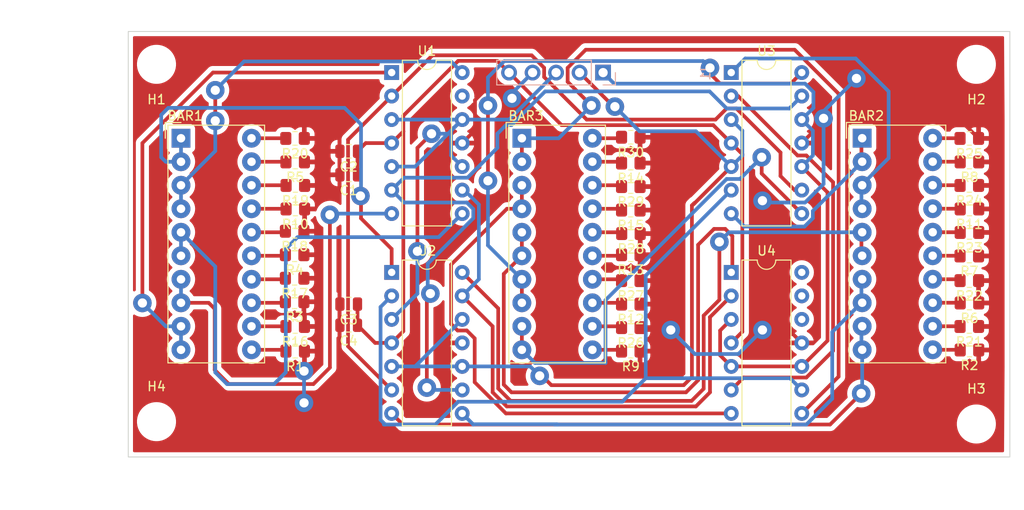
<source format=kicad_pcb>
(kicad_pcb (version 20211014) (generator pcbnew)
  (layers (0 "F.Cu" signal) (31 "B.Cu" signal) (34 "B.Paste" user) (35 "F.Paste" user) (36 "B.SilkS" user "B.Silkscreen") (37 "F.SilkS" user "F.Silkscreen") (38 "B.Mask" user) (39 "F.Mask" user) (44 "Edge.Cuts" user))
  (net 0 "")
  (net 1 "Net-(BAR1-Pad1)")
  (net 2 "Net-(BAR1-Pad3)")
  (net 3 "Net-(BAR1-Pad5)")
  (net 4 "Net-(BAR1-Pad7)")
  (net 5 "Net-(BAR1-Pad10)")
  (net 6 "Net-(BAR1-Pad11)")
  (net 7 "Net-(BAR1-Pad12)")
  (net 8 "Net-(BAR1-Pad13)")
  (net 9 "Net-(BAR1-Pad14)")
  (net 10 "Net-(BAR1-Pad15)")
  (net 11 "Net-(BAR1-Pad16)")
  (net 12 "Net-(BAR1-Pad17)")
  (net 13 "Net-(BAR1-Pad18)")
  (net 14 "Net-(BAR1-Pad19)")
  (net 15 "Net-(BAR1-Pad20)")
  (net 16 "Net-(BAR2-Pad1)")
  (net 17 "Net-(BAR2-Pad3)")
  (net 18 "Net-(BAR2-Pad5)")
  (net 19 "Net-(BAR2-Pad7)")
  (net 20 "Net-(BAR2-Pad10)")
  (net 21 "Net-(BAR2-Pad11)")
  (net 22 "Net-(BAR2-Pad12)")
  (net 23 "Net-(BAR2-Pad13)")
  (net 24 "Net-(BAR2-Pad14)")
  (net 25 "Net-(BAR2-Pad15)")
  (net 26 "Net-(BAR2-Pad16)")
  (net 27 "Net-(BAR2-Pad17)")
  (net 28 "Net-(BAR2-Pad18)")
  (net 29 "Net-(BAR2-Pad19)")
  (net 30 "Net-(BAR2-Pad20)")
  (net 31 "Net-(BAR3-Pad1)")
  (net 32 "Net-(BAR3-Pad3)")
  (net 33 "Net-(BAR3-Pad5)")
  (net 34 "Net-(BAR3-Pad7)")
  (net 35 "Net-(BAR3-Pad10)")
  (net 36 "Net-(BAR3-Pad11)")
  (net 37 "Net-(BAR3-Pad12)")
  (net 38 "Net-(BAR3-Pad13)")
  (net 39 "Net-(BAR3-Pad14)")
  (net 40 "Net-(BAR3-Pad15)")
  (net 41 "Net-(BAR3-Pad16)")
  (net 42 "Net-(BAR3-Pad17)")
  (net 43 "Net-(BAR3-Pad18)")
  (net 44 "Net-(BAR3-Pad19)")
  (net 45 "Net-(BAR3-Pad20)")
  (net 46 "GND")
  (net 47 "Comp2")
  (net 48 "OUT_BP")
  (net 49 "5V")
  (net 50 "OUT_LP")
  (net 51 "Comp4")
  (net 52 "Comp5")
  (net 53 "OUT_HP")
  (net 54 "Comp3")
  (net 55 "Comp1")
  (footprint "Resistor_SMD:R_0805_2012Metric_Pad1.20x1.40mm_HandSolder" (layer "F.Cu") (at 234.966 46.106 180)
    (fp_text reference "R8")
    (fp_text value "150")
  )
  (footprint "Resistor_SMD:R_0805_2012Metric_Pad1.20x1.40mm_HandSolder" (layer "F.Cu") (at 234.966 61.346 180)
    (fp_text reference "R6")
    (fp_text value "150")
  )
  (footprint "Capacitor_SMD:C_0805_2012Metric" (layer "F.Cu") (at 167.894 61.468 180)
    (fp_text reference "C3")
    (fp_text value "100n")
  )
  (footprint "MountingHole:MountingHole_3.2mm_M3_DIN965" (layer "F.Cu") (at 147.126 74.168)
    (fp_text reference "H4")
    (fp_text value "MountingHole")
  )
  (footprint "MountingHole:MountingHole_3.2mm_M3_DIN965" (layer "F.Cu") (at 147.126 35.56 180)
    (fp_text reference "H1")
    (fp_text value "MountingHole")
  )
  (footprint "Resistor_SMD:R_0805_2012Metric_Pad1.20x1.40mm_HandSolder" (layer "F.Cu") (at 162.052 58.674 180)
    (fp_text reference "R17")
    (fp_text value "150")
  )
  (footprint "Resistor_SMD:R_0805_2012Metric_Pad1.20x1.40mm_HandSolder" (layer "F.Cu") (at 234.966 51.186 180)
    (fp_text reference "R11")
    (fp_text value "150")
  )
  (footprint "Capacitor_SMD:C_0805_2012Metric" (layer "F.Cu") (at 167.894 47.498 180)
    (fp_text reference "C1")
    (fp_text value "100n")
  )
  (footprint "Package_DIP:DIP-14_W7.62mm" (layer "F.Cu") (at 209.226 36.449)
    (fp_text reference "U3")
    (fp_text value "LM2902")
  )
  (footprint "Capacitor_SMD:C_0805_2012Metric" (layer "F.Cu") (at 167.894 63.754 180)
    (fp_text reference "C4")
    (fp_text value "100n")
  )
  (footprint "Resistor_SMD:R_0805_2012Metric_Pad1.20x1.40mm_HandSolder" (layer "F.Cu") (at 162.112 46.106 180)
    (fp_text reference "R5")
    (fp_text value "150")
  )
  (footprint "Resistor_SMD:R_0805_2012Metric_Pad1.20x1.40mm_HandSolder" (layer "F.Cu") (at 198.374 61.468 180)
    (fp_text reference "R12")
    (fp_text value "150")
  )
  (footprint "Package_DIP:DIP-14_W7.62mm" (layer "F.Cu") (at 172.536 36.449)
    (fp_text reference "U1")
    (fp_text value "LM2902")
  )
  (footprint "Resistor_SMD:R_0805_2012Metric_Pad1.20x1.40mm_HandSolder" (layer "F.Cu") (at 234.95 56.266 180)
    (fp_text reference "R7")
    (fp_text value "150")
  )
  (footprint "Capacitor_SMD:C_0805_2012Metric" (layer "F.Cu") (at 167.894 44.958 180)
    (fp_text reference "C2")
    (fp_text value "100n")
  )
  (footprint "Display:HDSP-4836" (layer "F.Cu") (at 223.3735 43.5415)
    (fp_text reference "BAR2")
    (fp_text value "HDSP-4836_2")
  )
  (footprint "Resistor_SMD:R_0805_2012Metric_Pad1.20x1.40mm_HandSolder" (layer "F.Cu") (at 162.112 66.548 180)
    (fp_text reference "R1")
    (fp_text value "150")
  )
  (footprint "Resistor_SMD:R_0805_2012Metric_Pad1.20x1.40mm_HandSolder" (layer "F.Cu") (at 234.95 58.928 180)
    (fp_text reference "R22")
    (fp_text value "150")
  )
  (footprint "Resistor_SMD:R_0805_2012Metric_Pad1.20x1.40mm_HandSolder" (layer "F.Cu") (at 162.052 56.134 180)
    (fp_text reference "R4")
    (fp_text value "150")
  )
  (footprint "Package_DIP:DIP-14_W7.62mm" (layer "F.Cu") (at 209.226 58.039)
    (fp_text reference "U4")
    (fp_text value "LM2902")
  )
  (footprint "MountingHole:MountingHole_3.2mm_M3_DIN965" (layer "F.Cu") (at 235.712 35.56 180)
    (fp_text reference "H2")
    (fp_text value "MountingHole")
  )
  (footprint "Package_DIP:DIP-14_W7.62mm" (layer "F.Cu") (at 172.536 58.039)
    (fp_text reference "U2")
    (fp_text value "LM2902")
  )
  (footprint "Resistor_SMD:R_0805_2012Metric_Pad1.20x1.40mm_HandSolder" (layer "F.Cu") (at 198.374 48.768 180)
    (fp_text reference "R29")
    (fp_text value "150")
  )
  (footprint "Resistor_SMD:R_0805_2012Metric_Pad1.20x1.40mm_HandSolder" (layer "F.Cu") (at 162.112 63.886 180)
    (fp_text reference "R16")
    (fp_text value "150")
  )
  (footprint "Resistor_SMD:R_0805_2012Metric_Pad1.20x1.40mm_HandSolder" (layer "F.Cu") (at 198.374 58.928 180)
    (fp_text reference "R27")
    (fp_text value "150")
  )
  (footprint "Display:HDSP-4836" (layer "F.Cu") (at 186.6035 43.5465)
    (fp_text reference "BAR3")
    (fp_text value "HDSP-4836_2")
  )
  (footprint "Resistor_SMD:R_0805_2012Metric_Pad1.20x1.40mm_HandSolder" (layer "F.Cu") (at 198.374 66.548 180)
    (fp_text reference "R9")
    (fp_text value "150")
  )
  (footprint "Resistor_SMD:R_0805_2012Metric_Pad1.20x1.40mm_HandSolder" (layer "F.Cu") (at 234.966 53.726 180)
    (fp_text reference "R23")
    (fp_text value "150")
  )
  (footprint "Resistor_SMD:R_0805_2012Metric_Pad1.20x1.40mm_HandSolder" (layer "F.Cu") (at 234.966 66.426 180)
    (fp_text reference "R2")
    (fp_text value "150")
  )
  (footprint "Resistor_SMD:R_0805_2012Metric_Pad1.20x1.40mm_HandSolder" (layer "F.Cu") (at 198.374 46.228 180)
    (fp_text reference "R14")
    (fp_text value "150")
  )
  (footprint "Resistor_SMD:R_0805_2012Metric_Pad1.20x1.40mm_HandSolder" (layer "F.Cu") (at 198.374 51.308 180)
    (fp_text reference "R15")
    (fp_text value "150")
  )
  (footprint "Display:HDSP-4836" (layer "F.Cu") (at 149.7735 43.5465)
    (fp_text reference "BAR1")
    (fp_text value "HDSP-4836_2")
  )
  (footprint "Resistor_SMD:R_0805_2012Metric_Pad1.20x1.40mm_HandSolder" (layer "F.Cu") (at 162.128 48.646 180)
    (fp_text reference "R19")
    (fp_text value "150")
  )
  (footprint "Resistor_SMD:R_0805_2012Metric_Pad1.20x1.40mm_HandSolder" (layer "F.Cu") (at 162.052 53.594 180)
    (fp_text reference "R18")
    (fp_text value "150")
  )
  (footprint "Resistor_SMD:R_0805_2012Metric_Pad1.20x1.40mm_HandSolder" (layer "F.Cu") (at 198.374 64.008 180)
    (fp_text reference "R26")
    (fp_text value "150")
  )
  (footprint "Resistor_SMD:R_0805_2012Metric_Pad1.20x1.40mm_HandSolder" (layer "F.Cu") (at 162.052 61.214 180)
    (fp_text reference "R3")
    (fp_text value "150")
  )
  (footprint "Resistor_SMD:R_0805_2012Metric_Pad1.20x1.40mm_HandSolder" (layer "F.Cu") (at 234.95 48.646 180)
    (fp_text reference "R24")
    (fp_text value "150")
  )
  (footprint "Resistor_SMD:R_0805_2012Metric_Pad1.20x1.40mm_HandSolder" (layer "F.Cu") (at 198.39 53.848 180)
    (fp_text reference "R28")
    (fp_text value "150")
  )
  (footprint "MountingHole:MountingHole_3.2mm_M3_DIN965" (layer "F.Cu") (at 235.712 74.422)
    (fp_text reference "H3")
    (fp_text value "MountingHole")
  )
  (footprint "Resistor_SMD:R_0805_2012Metric_Pad1.20x1.40mm_HandSolder" (layer "F.Cu") (at 198.374 56.134 180)
    (fp_text reference "R13")
    (fp_text value "150")
  )
  (footprint "Resistor_SMD:R_0805_2012Metric_Pad1.20x1.40mm_HandSolder" (layer "F.Cu") (at 162.096 43.566 180)
    (fp_text reference "R20")
    (fp_text value "150")
  )
  (footprint "Resistor_SMD:R_0805_2012Metric_Pad1.20x1.40mm_HandSolder" (layer "F.Cu") (at 234.95 63.886 180)
    (fp_text reference "R21")
    (fp_text value "150")
  )
  (footprint "Resistor_SMD:R_0805_2012Metric_Pad1.20x1.40mm_HandSolder" (layer "F.Cu") (at 198.374 43.434 180)
    (fp_text reference "R30")
    (fp_text value "150")
  )
  (footprint "Resistor_SMD:R_0805_2012Metric_Pad1.20x1.40mm_HandSolder" (layer "F.Cu") (at 234.95 43.566 180)
    (fp_text reference "R25")
    (fp_text value "150")
  )
  (footprint "Resistor_SMD:R_0805_2012Metric_Pad1.20x1.40mm_HandSolder" (layer "F.Cu") (at 162.128 51.186 180)
    (fp_text reference "R10")
    (fp_text value "150")
  )
  (footprint "Connector_PinHeader_2.54mm:PinHeader_1x05_P2.54mm_Vertical" (layer "B.Cu") (at 195.381 36.454 90)
    (fp_text reference "J1")
    (fp_text value "Conn_01x05")
  )
  (gr_rect (start 144.078 32.009) (end 239.328 77.983) (layer "Edge.Cuts") (width 0.1) (fill none))
  (segment (start 172.536 55.514) (end 169.224 52.202) (width 0.4) (layer "F.Cu") (net 1))
  (segment (start 172.536 58.039) (end 172.536 55.514) (width 0.4) (layer "F.Cu") (net 1))
  (segment (start 169.224 52.202) (end 169.224 49.844) (width 0.4) (layer "F.Cu") (net 1))
  (segment (start 169.224 49.844) (end 169.164 49.784) (width 0.4) (layer "F.Cu") (net 1))
  (via (at 169.164 49.784) (size 2) (drill 1) (layers "F.Cu" "B.Cu") (net 1))
  (segment (start 147.634 45.598) (end 147.634 41.026) (width 0.4) (layer "B.Cu") (net 1))
  (segment (start 169.224 42.042) (end 169.224 49.724) (width 0.4) (layer "B.Cu") (net 1))
  (segment (start 149.7735 43.5465) (end 149.7735 46.0865) (width 0.4) (layer "B.Cu") (net 1))
  (segment (start 149.7735 46.0865) (end 148.1225 46.0865) (width 0.4) (layer "B.Cu") (net 1))
  (segment (start 167.4455 40.2635) (end 169.224 42.042) (width 0.4) (layer "B.Cu") (net 1))
  (segment (start 169.224 49.724) (end 169.164 49.784) (width 0.4) (layer "B.Cu") (net 1))
  (segment (start 148.1225 46.0865) (end 147.634 45.598) (width 0.4) (layer "B.Cu") (net 1))
  (segment (start 147.634 41.026) (end 148.3965 40.2635) (width 0.4) (layer "B.Cu") (net 1))
  (segment (start 148.3965 40.2635) (end 167.4455 40.2635) (width 0.4) (layer "B.Cu") (net 1))
  (segment (start 153.476 41.6635) (end 153.476 38.359) (width 0.4) (layer "F.Cu") (net 2))
  (via (at 153.476 38.359) (size 2) (drill 1) (layers "F.Cu" "B.Cu") (net 2))
  (via (at 153.476 41.6635) (size 2) (drill 1) (layers "F.Cu" "B.Cu") (net 2))
  (segment (start 153.476 38.359) (end 156.586 35.249) (width 0.4) (layer "B.Cu") (net 2))
  (segment (start 149.7735 51.1665) (end 149.7735 48.6265) (width 0.4) (layer "B.Cu") (net 2))
  (segment (start 156.586 35.249) (end 178.956 35.249) (width 0.4) (layer "B.Cu") (net 2))
  (segment (start 149.7735 48.6265) (end 153.476 44.924) (width 0.4) (layer "B.Cu") (net 2))
  (segment (start 153.476 44.924) (end 153.476 41.6635) (width 0.4) (layer "B.Cu") (net 2))
  (segment (start 178.956 35.249) (end 180.156 36.449) (width 0.4) (layer "B.Cu") (net 2))
  (segment (start 149.7735 56.2465) (end 149.7735 53.7065) (width 0.4) (layer "B.Cu") (net 3))
  (segment (start 153.476 57.409) (end 153.476 68.839) (width 0.4) (layer "B.Cu") (net 3))
  (segment (start 161.096 68.839) (end 161.096 55.504) (width 0.4) (layer "B.Cu") (net 3))
  (segment (start 149.7735 53.7065) (end 153.476 57.409) (width 0.4) (layer "B.Cu") (net 3))
  (segment (start 162.366 54.234) (end 177.611 54.234) (width 0.4) (layer "B.Cu") (net 3))
  (segment (start 161.096 55.504) (end 162.366 54.234) (width 0.4) (layer "B.Cu") (net 3))
  (segment (start 177.611 54.234) (end 180.156 51.689) (width 0.4) (layer "B.Cu") (net 3))
  (segment (start 153.476 68.839) (end 154.746 70.109) (width 0.4) (layer "B.Cu") (net 3))
  (segment (start 159.826 70.109) (end 161.096 68.839) (width 0.4) (layer "B.Cu") (net 3))
  (segment (start 154.746 70.109) (end 159.826 70.109) (width 0.4) (layer "B.Cu") (net 3))
  (segment (start 154.94 70.104) (end 153.416 68.58) (width 0.4) (layer "F.Cu") (net 4))
  (segment (start 152.7665 61.3265) (end 149.7735 61.3265) (width 0.4) (layer "F.Cu") (net 4))
  (segment (start 153.416 68.58) (end 153.416 61.976) (width 0.4) (layer "F.Cu") (net 4))
  (segment (start 153.416 61.976) (end 152.7665 61.3265) (width 0.4) (layer "F.Cu") (net 4))
  (segment (start 165.862 68.326) (end 164.084 70.104) (width 0.4) (layer "F.Cu") (net 4))
  (segment (start 165.862 51.816) (end 165.862 68.326) (width 0.4) (layer "F.Cu") (net 4))
  (segment (start 164.084 70.104) (end 154.94 70.104) (width 0.4) (layer "F.Cu") (net 4))
  (via (at 165.862 51.816) (size 2) (drill 1) (layers "F.Cu" "B.Cu") (net 4))
  (segment (start 165.989 51.689) (end 165.862 51.816) (width 0.4) (layer "B.Cu") (net 4))
  (segment (start 172.536 51.689) (end 165.989 51.689) (width 0.4) (layer "B.Cu") (net 4))
  (segment (start 149.7735 61.3265) (end 149.7735 58.7865) (width 0.4) (layer "B.Cu") (net 4))
  (segment (start 145.602 44.074) (end 145.602 61.346) (width 0.4) (layer "F.Cu") (net 5))
  (segment (start 153.227 36.449) (end 145.602 44.074) (width 0.4) (layer "F.Cu") (net 5))
  (segment (start 172.536 36.449) (end 153.227 36.449) (width 0.4) (layer "F.Cu") (net 5))
  (via (at 145.602 61.346) (size 2) (drill 1) (layers "F.Cu" "B.Cu") (net 5))
  (segment (start 149.7735 66.4065) (end 149.7735 63.8665) (width 0.4) (layer "B.Cu") (net 5))
  (segment (start 148.1225 63.8665) (end 145.602 61.346) (width 0.4) (layer "B.Cu") (net 5))
  (segment (start 149.7735 63.8665) (end 148.1225 63.8665) (width 0.4) (layer "B.Cu") (net 5))
  (segment (start 157.3935 66.4065) (end 160.5845 66.4065) (width 0.4) (layer "F.Cu") (net 6))
  (segment (start 160.5845 66.4065) (end 161.112 66.934) (width 0.4) (layer "F.Cu") (net 6))
  (segment (start 157.3935 63.8665) (end 161.0925 63.8665) (width 0.4) (layer "F.Cu") (net 7))
  (segment (start 161.0925 63.8665) (end 161.112 63.886) (width 0.4) (layer "F.Cu") (net 7))
  (segment (start 160.9395 61.3265) (end 161.052 61.214) (width 0.4) (layer "F.Cu") (net 8))
  (segment (start 157.3935 61.3265) (end 160.9395 61.3265) (width 0.4) (layer "F.Cu") (net 8))
  (segment (start 160.9395 58.7865) (end 161.052 58.674) (width 0.4) (layer "F.Cu") (net 9))
  (segment (start 157.3935 58.7865) (end 160.9395 58.7865) (width 0.4) (layer "F.Cu") (net 9))
  (segment (start 160.9395 56.2465) (end 161.052 56.134) (width 0.4) (layer "F.Cu") (net 10))
  (segment (start 157.3935 56.2465) (end 160.9395 56.2465) (width 0.4) (layer "F.Cu") (net 10))
  (segment (start 157.3935 53.7065) (end 160.9395 53.7065) (width 0.4) (layer "F.Cu") (net 11))
  (segment (start 160.9395 53.7065) (end 161.052 53.594) (width 0.4) (layer "F.Cu") (net 11))
  (segment (start 161.1085 51.1665) (end 161.128 51.186) (width 0.4) (layer "F.Cu") (net 12))
  (segment (start 157.3935 51.1665) (end 161.1085 51.1665) (width 0.4) (layer "F.Cu") (net 12))
  (segment (start 157.3935 48.6265) (end 161.1085 48.6265) (width 0.4) (layer "F.Cu") (net 13))
  (segment (start 161.1085 48.6265) (end 161.128 48.646) (width 0.4) (layer "F.Cu") (net 13))
  (segment (start 161.0925 46.0865) (end 161.112 46.106) (width 0.4) (layer "F.Cu") (net 14))
  (segment (start 157.3935 46.0865) (end 161.0925 46.0865) (width 0.4) (layer "F.Cu") (net 14))
  (segment (start 157.3935 43.5465) (end 161.0765 43.5465) (width 0.4) (layer "F.Cu") (net 15))
  (segment (start 161.0765 43.5465) (end 161.096 43.566) (width 0.4) (layer "F.Cu") (net 15))
  (segment (start 223.2935 43.5465) (end 223.2935 46.0865) (width 0.4) (layer "F.Cu") (net 16))
  (segment (start 210.623 53.086) (end 209.226 51.689) (width 0.4) (layer "B.Cu") (net 16))
  (segment (start 218.046 51.409) (end 218.046 52.186057) (width 0.4) (layer "B.Cu") (net 16))
  (segment (start 217.146057 53.086) (end 210.623 53.086) (width 0.4) (layer "B.Cu") (net 16))
  (segment (start 223.3735 46.0815) (end 218.046 51.409) (width 0.4) (layer "B.Cu") (net 16))
  (segment (start 218.046 52.186057) (end 217.146057 53.086) (width 0.4) (layer "B.Cu") (net 16))
  (segment (start 210.745 34.93) (end 222.678 34.93) (width 0.4) (layer "B.Cu") (net 17))
  (segment (start 223.2935 48.6265) (end 223.2935 51.1665) (width 0.4) (layer "B.Cu") (net 17))
  (segment (start 226.234 38.486) (end 226.234 45.686) (width 0.4) (layer "B.Cu") (net 17))
  (segment (start 226.234 45.686) (end 223.2935 48.6265) (width 0.4) (layer "B.Cu") (net 17))
  (segment (start 222.678 34.93) (end 226.234 38.486) (width 0.4) (layer "B.Cu") (net 17))
  (segment (start 209.226 36.449) (end 210.745 34.93) (width 0.4) (layer "B.Cu") (net 17))
  (segment (start 223.2935 53.7065) (end 223.2935 56.2465) (width 0.4) (layer "F.Cu") (net 18))
  (segment (start 184.048 61.931) (end 184.048 70.582) (width 0.4) (layer "F.Cu") (net 18))
  (segment (start 180.156 58.039) (end 184.048 61.931) (width 0.4) (layer "F.Cu") (net 18))
  (segment (start 206.248 62.703472) (end 207.946 61.005472) (width 0.4) (layer "F.Cu") (net 18))
  (segment (start 185.388 71.922) (end 204.938 71.922) (width 0.4) (layer "F.Cu") (net 18))
  (segment (start 204.938 71.922) (end 206.248 70.612) (width 0.4) (layer "F.Cu") (net 18))
  (segment (start 184.048 70.582) (end 185.388 71.922) (width 0.4) (layer "F.Cu") (net 18))
  (segment (start 207.946 61.005472) (end 207.946 54.742) (width 0.4) (layer "F.Cu") (net 18))
  (segment (start 206.248 70.612) (end 206.248 62.703472) (width 0.4) (layer "F.Cu") (net 18))
  (via (at 207.946 54.742) (size 2) (drill 1) (layers "F.Cu" "B.Cu") (net 18))
  (segment (start 223.2935 53.7065) (end 208.9815 53.7065) (width 0.4) (layer "B.Cu") (net 18))
  (segment (start 208.9815 53.7065) (end 207.946 54.742) (width 0.4) (layer "B.Cu") (net 18))
  (segment (start 217.343057 74.479) (end 220.138 71.684057) (width 0.4) (layer "B.Cu") (net 19))
  (segment (start 181.3275 74.4505) (end 181.356 74.479) (width 0.4) (layer "B.Cu") (net 19))
  (segment (start 190.443 74.479) (end 217.343057 74.479) (width 0.4) (layer "B.Cu") (net 19))
  (segment (start 220.138 64.482) (end 223.2935 61.3265) (width 0.4) (layer "B.Cu") (net 19))
  (segment (start 220.138 71.684057) (end 220.138 64.482) (width 0.4) (layer "B.Cu") (net 19))
  (segment (start 223.2935 58.7865) (end 223.2935 61.3265) (width 0.4) (layer "B.Cu") (net 19))
  (segment (start 190.106 74.479) (end 190.443 74.479) (width 0.4) (layer "B.Cu") (net 19))
  (segment (start 181.3275 74.4505) (end 190.4145 74.4505) (width 0.4) (layer "B.Cu") (net 19))
  (segment (start 190.4145 74.4505) (end 190.443 74.479) (width 0.4) (layer "B.Cu") (net 19))
  (segment (start 180.156 73.279) (end 181.3275 74.4505) (width 0.4) (layer "B.Cu") (net 19))
  (segment (start 172.536 73.279) (end 173.736 74.479) (width 0.4) (layer "F.Cu") (net 20))
  (segment (start 219.907 74.479) (end 223.266 71.12) (width 0.4) (layer "F.Cu") (net 20))
  (segment (start 173.736 74.479) (end 219.907 74.479) (width 0.4) (layer "F.Cu") (net 20))
  (via (at 223.266 71.12) (size 2) (drill 1) (layers "F.Cu" "B.Cu") (net 20))
  (segment (start 223.2935 66.4065) (end 223.2935 63.8665) (width 0.4) (layer "B.Cu") (net 20))
  (segment (start 223.266 71.12) (end 223.3735 71.0125) (width 0.4) (layer "B.Cu") (net 20))
  (segment (start 223.3735 71.0125) (end 223.3735 66.4015) (width 0.4) (layer "B.Cu") (net 20))
  (segment (start 230.9935 66.4015) (end 233.9415 66.4015) (width 0.4) (layer "F.Cu") (net 21))
  (segment (start 233.9415 66.4015) (end 233.966 66.426) (width 0.4) (layer "F.Cu") (net 21))
  (segment (start 230.9935 63.8615) (end 233.9255 63.8615) (width 0.4) (layer "F.Cu") (net 22))
  (segment (start 233.9255 63.8615) (end 233.95 63.886) (width 0.4) (layer "F.Cu") (net 22))
  (segment (start 230.9935 61.3215) (end 233.9415 61.3215) (width 0.4) (layer "F.Cu") (net 23))
  (segment (start 233.9415 61.3215) (end 233.966 61.346) (width 0.4) (layer "F.Cu") (net 23))
  (segment (start 230.9935 58.7815) (end 233.8035 58.7815) (width 0.4) (layer "F.Cu") (net 24))
  (segment (start 233.8035 58.7815) (end 233.95 58.928) (width 0.4) (layer "F.Cu") (net 24))
  (segment (start 230.9935 56.2415) (end 233.9255 56.2415) (width 0.4) (layer "F.Cu") (net 25))
  (segment (start 233.9255 56.2415) (end 233.95 56.266) (width 0.4) (layer "F.Cu") (net 25))
  (segment (start 233.9415 53.7015) (end 233.966 53.726) (width 0.4) (layer "F.Cu") (net 26))
  (segment (start 230.9935 53.7015) (end 233.9415 53.7015) (width 0.4) (layer "F.Cu") (net 26))
  (segment (start 233.9415 51.1615) (end 233.966 51.186) (width 0.4) (layer "F.Cu") (net 27))
  (segment (start 230.9935 51.1615) (end 233.9415 51.1615) (width 0.4) (layer "F.Cu") (net 27))
  (segment (start 233.9255 48.6215) (end 233.95 48.646) (width 0.4) (layer "F.Cu") (net 28))
  (segment (start 230.9935 48.6215) (end 233.9255 48.6215) (width 0.4) (layer "F.Cu") (net 28))
  (segment (start 233.9415 46.0815) (end 233.966 46.106) (width 0.4) (layer "F.Cu") (net 29))
  (segment (start 230.9935 46.0815) (end 233.9415 46.0815) (width 0.4) (layer "F.Cu") (net 29))
  (segment (start 233.9255 43.5415) (end 233.95 43.566) (width 0.4) (layer "F.Cu") (net 30))
  (segment (start 230.9935 43.5415) (end 233.9255 43.5415) (width 0.4) (layer "F.Cu") (net 30))
  (segment (start 191.551 37.445) (end 191.551 35.936233) (width 0.4) (layer "F.Cu") (net 31))
  (segment (start 194.116 40.01) (end 191.551 37.445) (width 0.4) (layer "F.Cu") (net 31))
  (segment (start 191.551 35.936233) (end 193.503233 33.984) (width 0.4) (layer "F.Cu") (net 31))
  (segment (start 220.83 38.735943) (end 220.83 69.295) (width 0.4) (layer "F.Cu") (net 31))
  (segment (start 193.503233 33.984) (end 216.078057 33.984) (width 0.4) (layer "F.Cu") (net 31))
  (segment (start 186.6035 46.0865) (end 186.6035 43.5465) (width 0.4) (layer "F.Cu") (net 31))
  (segment (start 220.83 69.295) (end 216.846 73.279) (width 0.4) (layer "F.Cu") (net 31))
  (segment (start 216.078057 33.984) (end 220.83 38.735943) (width 0.4) (layer "F.Cu") (net 31))
  (via (at 194.116 40.01) (size 2) (drill 1) (layers "F.Cu" "B.Cu") (net 31))
  (segment (start 190.5795 43.5465) (end 186.6035 43.5465) (width 0.4) (layer "B.Cu") (net 31))
  (segment (start 194.116 40.01) (end 190.5795 43.5465) (width 0.4) (layer "B.Cu") (net 31))
  (segment (start 178.956 57.202) (end 178.956 63.616057) (width 0.4) (layer "F.Cu") (net 32))
  (segment (start 181.507236 65.173179) (end 181.507236 69.905764) (width 0.4) (layer "F.Cu") (net 32))
  (segment (start 181.507236 69.905764) (end 184.880472 73.279) (width 0.4) (layer "F.Cu") (net 32))
  (segment (start 186.6035 51.1665) (end 184.9915 51.1665) (width 0.4) (layer "F.Cu") (net 32))
  (segment (start 180.653057 64.319) (end 181.507236 65.173179) (width 0.4) (layer "F.Cu") (net 32))
  (segment (start 186.6035 48.6265) (end 186.6035 51.1665) (width 0.4) (layer "F.Cu") (net 32))
  (segment (start 178.956 63.616057) (end 179.658943 64.319) (width 0.4) (layer "F.Cu") (net 32))
  (segment (start 179.658943 64.319) (end 180.653057 64.319) (width 0.4) (layer "F.Cu") (net 32))
  (segment (start 184.880472 73.279) (end 209.226 73.279) (width 0.4) (layer "F.Cu") (net 32))
  (segment (start 184.9915 51.1665) (end 178.956 57.202) (width 0.4) (layer "F.Cu") (net 32))
  (segment (start 186.6035 56.2465) (end 186.6035 53.7065) (width 0.4) (layer "F.Cu") (net 33))
  (segment (start 208.578 53.342) (end 209.346 54.11) (width 0.4) (layer "F.Cu") (net 33))
  (segment (start 204.338 70.998) (end 205.648 69.688) (width 0.4) (layer "F.Cu") (net 33))
  (segment (start 205.648 69.688) (end 205.648 55.0601) (width 0.4) (layer "F.Cu") (net 33))
  (segment (start 205.648 55.0601) (end 207.366101 53.342) (width 0.4) (layer "F.Cu") (net 33))
  (segment (start 207.366101 53.342) (end 208.578 53.342) (width 0.4) (layer "F.Cu") (net 33))
  (segment (start 185.48 70.998) (end 204.338 70.998) (width 0.4) (layer "F.Cu") (net 33))
  (segment (start 184.648 70.166) (end 185.48 70.998) (width 0.4) (layer "F.Cu") (net 33))
  (segment (start 184.648 58.202) (end 184.648 70.166) (width 0.4) (layer "F.Cu") (net 33))
  (segment (start 209.346 54.11) (end 209.346 57.919) (width 0.4) (layer "F.Cu") (net 33))
  (segment (start 209.346 57.919) (end 209.226 58.039) (width 0.4) (layer "F.Cu") (net 33))
  (segment (start 186.6035 56.2465) (end 184.648 58.202) (width 0.4) (layer "F.Cu") (net 33))
  (segment (start 206.93 35.946) (end 206.93 36.553) (width 0.4) (layer "F.Cu") (net 34))
  (segment (start 208.026 37.649) (end 215.646 37.649) (width 0.4) (layer "F.Cu") (net 34))
  (segment (start 215.646 37.649) (end 216.846 36.449) (width 0.4) (layer "F.Cu") (net 34))
  (segment (start 186.6035 58.7865) (end 186.6035 61.3265) (width 0.4) (layer "F.Cu") (net 34))
  (segment (start 206.93 36.553) (end 208.026 37.649) (width 0.4) (layer "F.Cu") (net 34))
  (segment (start 182.94 48.138) (end 182.94 40.01) (width 0.4) (layer "F.Cu") (net 34))
  (via (at 182.94 48.138) (size 2) (drill 1) (layers "F.Cu" "B.Cu") (net 34))
  (via (at 206.93 35.946) (size 2) (drill 1) (layers "F.Cu" "B.Cu") (net 34))
  (via (at 182.94 40.01) (size 2) (drill 1) (layers "F.Cu" "B.Cu") (net 34))
  (segment (start 182.94 55.123) (end 182.94 48.138) (width 0.4) (layer "B.Cu") (net 34))
  (segment (start 186.6035 58.7865) (end 182.94 55.123) (width 0.4) (layer "B.Cu") (net 34))
  (segment (start 206.188 35.204) (end 206.93 35.946) (width 0.4) (layer "B.Cu") (net 34))
  (segment (start 184.703233 35.204) (end 206.188 35.204) (width 0.4) (layer "B.Cu") (net 34))
  (segment (start 182.94 36.967233) (end 184.703233 35.204) (width 0.4) (layer "B.Cu") (net 34))
  (segment (start 182.94 40.01) (end 182.94 36.967233) (width 0.4) (layer "B.Cu") (net 34))
  (segment (start 186.6035 63.8665) (end 186.6035 66.4065) (width 0.4) (layer "F.Cu") (net 35))
  (segment (start 212.518 47.361) (end 216.846 51.689) (width 0.4) (layer "F.Cu") (net 35))
  (segment (start 212.518 45.598) (end 212.518 47.361) (width 0.4) (layer "F.Cu") (net 35))
  (via (at 212.518 45.598) (size 2) (drill 1) (layers "F.Cu" "B.Cu") (net 35))
  (segment (start 195.6395 61.038443) (end 195.6395 67.822085) (width 0.4) (layer "B.Cu") (net 35))
  (segment (start 195.6395 67.822085) (end 195.639085 67.8225) (width 0.4) (layer "B.Cu") (net 35))
  (segment (start 212.518 45.598) (end 210.167 47.949) (width 0.4) (layer "B.Cu") (net 35))
  (segment (start 188.0195 67.8225) (end 186.6035 66.4065) (width 0.4) (layer "B.Cu") (net 35))
  (segment (start 195.639085 67.8225) (end 188.0195 67.8225) (width 0.4) (layer "B.Cu") (net 35))
  (segment (start 208.728943 47.949) (end 195.6395 61.038443) (width 0.4) (layer "B.Cu") (net 35))
  (segment (start 210.167 47.949) (end 208.728943 47.949) (width 0.4) (layer "B.Cu") (net 35))
  (segment (start 197.2325 66.4065) (end 197.374 66.548) (width 0.4) (layer "F.Cu") (net 36))
  (segment (start 194.2235 66.4065) (end 197.2325 66.4065) (width 0.4) (layer "F.Cu") (net 36))
  (segment (start 194.2235 63.8665) (end 197.2325 63.8665) (width 0.4) (layer "F.Cu") (net 37))
  (segment (start 197.2325 63.8665) (end 197.374 64.008) (width 0.4) (layer "F.Cu") (net 37))
  (segment (start 197.2325 61.3265) (end 197.374 61.468) (width 0.4) (layer "F.Cu") (net 38))
  (segment (start 194.2235 61.3265) (end 197.2325 61.3265) (width 0.4) (layer "F.Cu") (net 38))
  (segment (start 197.2325 58.7865) (end 197.374 58.928) (width 0.4) (layer "F.Cu") (net 39))
  (segment (start 194.2235 58.7865) (end 197.2325 58.7865) (width 0.4) (layer "F.Cu") (net 39))
  (segment (start 194.2235 56.2465) (end 197.2615 56.2465) (width 0.4) (layer "F.Cu") (net 40))
  (segment (start 197.2615 56.2465) (end 197.374 56.134) (width 0.4) (layer "F.Cu") (net 40))
  (segment (start 197.2485 53.7065) (end 197.39 53.848) (width 0.4) (layer "F.Cu") (net 41))
  (segment (start 194.2235 53.7065) (end 197.2485 53.7065) (width 0.4) (layer "F.Cu") (net 41))
  (segment (start 197.2325 51.1665) (end 197.374 51.308) (width 0.4) (layer "F.Cu") (net 42))
  (segment (start 194.2235 51.1665) (end 197.2325 51.1665) (width 0.4) (layer "F.Cu") (net 42))
  (segment (start 194.2235 48.6265) (end 197.2325 48.6265) (width 0.4) (layer "F.Cu") (net 43))
  (segment (start 197.2325 48.6265) (end 197.374 48.768) (width 0.4) (layer "F.Cu") (net 43))
  (segment (start 197.2325 46.0865) (end 197.374 46.228) (width 0.4) (layer "F.Cu") (net 44))
  (segment (start 194.2235 46.0865) (end 197.2325 46.0865) (width 0.4) (layer "F.Cu") (net 44))
  (segment (start 194.2235 43.5465) (end 197.2615 43.5465) (width 0.4) (layer "F.Cu") (net 45))
  (segment (start 197.2615 43.5465) (end 197.374 43.434) (width 0.4) (layer "F.Cu") (net 45))
  (segment (start 229.468 37.084) (end 222.758 37.084) (width 0.4) (layer "F.Cu") (net 46))
  (segment (start 163.112 66.548) (end 163.112 68.6605) (width 0.4) (layer "F.Cu") (net 46))
  (segment (start 235.95 43.566) (end 229.468 37.084) (width 0.4) (layer "F.Cu") (net 46))
  (segment (start 199.628 64.262) (end 199.374 64.008) (width 0.4) (layer "F.Cu") (net 46))
  (segment (start 163.112 68.6605) (end 163.068 68.7045) (width 0.4) (layer "F.Cu") (net 46))
  (segment (start 181.54 39.430101) (end 182.473967 38.496134) (width 0.4) (layer "F.Cu") (net 46))
  (segment (start 212.598 50.292) (end 212.598 61.411) (width 0.4) (layer "F.Cu") (net 46))
  (segment (start 180.156 44.069) (end 181.54 42.685) (width 0.4) (layer "F.Cu") (net 46))
  (segment (start 212.598 61.411) (end 216.846 65.659) (width 0.4) (layer "F.Cu") (net 46))
  (segment (start 182.473967 38.496134) (end 184.800134 38.496134) (width 0.4) (layer "F.Cu") (net 46))
  (segment (start 219.202 41.402) (end 219.202 41.713) (width 0.4) (layer "F.Cu") (net 46))
  (segment (start 202.692 64.262) (end 199.628 64.262) (width 0.4) (layer "F.Cu") (net 46))
  (segment (start 184.800134 38.496134) (end 185.539904 39.235904) (width 0.4) (layer "F.Cu") (net 46))
  (segment (start 219.202 41.713) (end 216.846 44.069) (width 0.4) (layer "F.Cu") (net 46))
  (segment (start 212.598 61.411) (end 212.598 64.262) (width 0.4) (layer "F.Cu") (net 46))
  (segment (start 181.54 42.685) (end 181.54 39.430101) (width 0.4) (layer "F.Cu") (net 46))
  (via (at 212.598 50.292) (size 2) (drill 1) (layers "F.Cu" "B.Cu") (net 46))
  (via (at 222.758 37.084) (size 2) (drill 1) (layers "F.Cu" "B.Cu") (net 46))
  (via (at 212.598 64.262) (size 2) (drill 1) (layers "F.Cu" "B.Cu") (net 46))
  (via (at 185.539904 39.235904) (size 2) (drill 1) (layers "F.Cu" "B.Cu") (net 46))
  (via (at 219.202 41.402) (size 2) (drill 1) (layers "F.Cu" "B.Cu") (net 46))
  (via (at 163.068 68.7045) (size 2) (drill 1) (layers "F.Cu" "B.Cu") (net 46))
  (via (at 163.068 72.136) (size 2) (drill 1) (layers "F.Cu" "B.Cu") (net 46))
  (via (at 202.692 64.262) (size 2) (drill 1) (layers "F.Cu" "B.Cu") (net 46))
  (segment (start 217.203057 50.489) (end 212.795 50.489) (width 0.4) (layer "B.Cu") (net 46))
  (segment (start 185.539904 39.235904) (end 185.539904 38.675096) (width 0.4) (layer "B.Cu") (net 46))
  (segment (start 185.539904 38.675096) (end 187.761 36.454) (width 0.4) (layer "B.Cu") (net 46))
  (segment (start 212.795 50.489) (end 212.598 50.292) (width 0.4) (layer "B.Cu") (net 46))
  (segment (start 219.202 41.402) (end 219.202 48.490057) (width 0.4) (layer "B.Cu") (net 46))
  (segment (start 205.289 66.859) (end 202.692 64.262) (width 0.4) (layer "B.Cu") (net 46))
  (segment (start 219.202 40.64) (end 219.202 41.402) (width 0.4) (layer "B.Cu") (net 46))
  (segment (start 222.758 37.084) (end 219.202 40.64) (width 0.4) (layer "B.Cu") (net 46))
  (segment (start 212.598 64.262) (end 210.001 66.859) (width 0.4) (layer "B.Cu") (net 46))
  (segment (start 163.068 68.7045) (end 163.068 71.882) (width 0.4) (layer "B.Cu") (net 46))
  (segment (start 210.001 66.859) (end 205.289 66.859) (width 0.4) (layer "B.Cu") (net 46))
  (segment (start 219.202 48.490057) (end 217.203057 50.489) (width 0.4) (layer "B.Cu") (net 46))
  (segment (start 220.23 48.295943) (end 217.343057 45.409) (width 0.4) (layer "F.Cu") (net 47))
  (segment (start 217.343057 69.399) (end 220.23 66.512057) (width 0.4) (layer "F.Cu") (net 47))
  (segment (start 220.23 66.512057) (end 220.23 48.295943) (width 0.4) (layer "F.Cu") (net 47))
  (segment (start 209.973 38.989) (end 209.226 38.989) (width 0.4) (layer "F.Cu") (net 47))
  (segment (start 210.566 69.399) (end 217.343057 69.399) (width 0.4) (layer "F.Cu") (net 47))
  (segment (start 216.393 45.409) (end 209.973 38.989) (width 0.4) (layer "F.Cu") (net 47))
  (segment (start 217.343057 45.409) (end 216.393 45.409) (width 0.4) (layer "F.Cu") (net 47))
  (segment (start 209.226 70.739) (end 210.566 69.399) (width 0.4) (layer "F.Cu") (net 47))
  (segment (start 209.226 46.609) (end 205.2605 50.5745) (width 0.4) (layer "F.Cu") (net 48))
  (segment (start 204.978 50.8) (end 205.232 50.546) (width 0.4) (layer "F.Cu") (net 48))
  (segment (start 205.2605 50.5745) (end 205.13 50.705) (width 0.4) (layer "F.Cu") (net 48))
  (segment (start 196.656 40.131) (end 196.518 40.131) (width 0.4) (layer "F.Cu") (net 48))
  (segment (start 204.092264 70.227736) (end 204.978 69.342) (width 0.4) (layer "F.Cu") (net 48))
  (segment (start 188.528 68.966) (end 189.789736 70.227736) (width 0.4) (layer "F.Cu") (net 48))
  (segment (start 188.528 69.222) (end 188.528 68.966) (width 0.4) (layer "F.Cu") (net 48))
  (segment (start 196.518 40.131) (end 192.841 36.454) (width 0.4) (layer "F.Cu") (net 48))
  (segment (start 204.978 69.342) (end 204.978 50.8) (width 0.4) (layer "F.Cu") (net 48))
  (segment (start 189.789736 70.227736) (end 204.092264 70.227736) (width 0.4) (layer "F.Cu") (net 48))
  (via (at 196.656 40.131) (size 2) (drill 1) (layers "F.Cu" "B.Cu") (net 48))
  (via (at 188.528 69.222) (size 2) (drill 1) (layers "F.Cu" "B.Cu") (net 48))
  (segment (start 188.528 69.222) (end 187.505 68.199) (width 0.4) (layer "B.Cu") (net 48))
  (segment (start 187.505 68.199) (end 180.156 68.199) (width 0.4) (layer "B.Cu") (net 48))
  (segment (start 209.226 46.609) (end 205.406 42.789) (width 0.4) (layer "B.Cu") (net 48))
  (segment (start 199.314 42.789) (end 196.656 40.131) (width 0.4) (layer "B.Cu") (net 48))
  (segment (start 175.076 68.199) (end 180.156 63.119) (width 0.4) (layer "B.Cu") (net 48))
  (segment (start 210.426 45.409) (end 209.226 46.609) (width 0.4) (layer "B.Cu") (net 48))
  (segment (start 205.406 42.789) (end 199.314 42.789) (width 0.4) (layer "B.Cu") (net 48))
  (segment (start 196.656 40.518) (end 196.656 40.131) (width 0.4) (layer "B.Cu") (net 48))
  (segment (start 210.426 42.729) (end 210.426 45.409) (width 0.4) (layer "B.Cu") (net 48))
  (segment (start 209.226 41.529) (end 210.426 42.729) (width 0.4) (layer "B.Cu") (net 48))
  (segment (start 172.536 68.199) (end 175.076 68.199) (width 0.4) (layer "B.Cu") (net 48))
  (segment (start 180.156 68.199) (end 175.076 68.199) (width 0.4) (layer "B.Cu") (net 48))
  (segment (start 173.796 42.809) (end 172.536 44.069) (width 0.4) (layer "F.Cu") (net 49))
  (segment (start 168.844 61.468) (end 168.844 63.754) (width 0.4) (layer "F.Cu") (net 49))
  (segment (start 210.426 45.269) (end 210.426 64.459) (width 0.4) (layer "F.Cu") (net 49))
  (segment (start 169.733 44.069) (end 172.536 44.069) (width 0.4) (layer "F.Cu") (net 49))
  (segment (start 173.796 41.111943) (end 173.796 42.809) (width 0.4) (layer "F.Cu") (net 49))
  (segment (start 179.723943 35.184) (end 173.796 41.111943) (width 0.4) (layer "F.Cu") (net 49))
  (segment (start 209.226 44.069) (end 210.426 45.269) (width 0.4) (layer "F.Cu") (net 49))
  (segment (start 168.844 44.958) (end 169.733 44.069) (width 0.4) (layer "F.Cu") (net 49))
  (segment (start 168.844 63.754) (end 170.749 65.659) (width 0.4) (layer "F.Cu") (net 49))
  (segment (start 190.8975 42.1305) (end 185.221 36.454) (width 0.4) (layer "F.Cu") (net 49))
  (segment (start 207.2875 42.1305) (end 190.8975 42.1305) (width 0.4) (layer "F.Cu") (net 49))
  (segment (start 185.221 36.454) (end 183.951 35.184) (width 0.4) (layer "F.Cu") (net 49))
  (segment (start 209.226 44.069) (end 207.2875 42.1305) (width 0.4) (layer "F.Cu") (net 49))
  (segment (start 183.951 35.184) (end 179.723943 35.184) (width 0.4) (layer "F.Cu") (net 49))
  (segment (start 210.426 64.459) (end 209.226 65.659) (width 0.4) (layer "F.Cu") (net 49))
  (segment (start 172.536 65.659) (end 173.796 64.399) (width 0.4) (layer "F.Cu") (net 49))
  (segment (start 168.844 44.958) (end 168.844 47.498) (width 0.4) (layer "F.Cu") (net 49))
  (segment (start 173.796 64.399) (end 173.796 42.809) (width 0.4) (layer "F.Cu") (net 49))
  (segment (start 170.749 65.659) (end 172.536 65.659) (width 0.4) (layer "F.Cu") (net 49))
  (segment (start 175.32 55.758) (end 175.32 44.582) (width 0.4) (layer "F.Cu") (net 50))
  (segment (start 175.32 44.582) (end 176.844 43.058) (width 0.4) (layer "F.Cu") (net 50))
  (via (at 176.844 43.058) (size 2) (drill 1) (layers "F.Cu" "B.Cu") (net 50))
  (via (at 175.32 55.758) (size 2) (drill 1) (layers "F.Cu" "B.Cu") (net 50))
  (segment (start 180.156 41.529) (end 172.536 41.529) (width 0.4) (layer "B.Cu") (net 50))
  (segment (start 178.876 43.058) (end 178.956 42.978) (width 0.4) (layer "B.Cu") (net 50))
  (segment (start 178.956 45.409) (end 178.956 42.978) (width 0.4) (layer "B.Cu") (net 50))
  (segment (start 180.156 46.609) (end 178.956 45.409) (width 0.4) (layer "B.Cu") (net 50))
  (segment (start 180.156 41.529) (end 185.226 41.529) (width 0.4) (layer "B.Cu") (net 50))
  (segment (start 175.32 60.335) (end 175.32 55.758) (width 0.4) (layer "B.Cu") (net 50))
  (segment (start 172.536 46.609) (end 175.076 46.609) (width 0.4) (layer "B.Cu") (net 50))
  (segment (start 176.844 43.058) (end 178.876 43.058) (width 0.4) (layer "B.Cu") (net 50))
  (segment (start 175.076 46.609) (end 180.156 41.529) (width 0.4) (layer "B.Cu") (net 50))
  (segment (start 172.536 63.119) (end 175.32 60.335) (width 0.4) (layer "B.Cu") (net 50))
  (segment (start 185.226 41.529) (end 190.301 36.454) (width 0.4) (layer "B.Cu") (net 50))
  (segment (start 178.956 42.978) (end 178.956 42.729) (width 0.4) (layer "B.Cu") (net 50))
  (segment (start 178.956 42.729) (end 180.156 41.529) (width 0.4) (layer "B.Cu") (net 50))
  (segment (start 176.336 60.7135) (end 176.7195 60.33) (width 0.4) (layer "F.Cu") (net 51))
  (segment (start 176.336 70.49) (end 176.336 60.7135) (width 0.4) (layer "F.Cu") (net 51))
  (via (at 176.336 70.49) (size 2) (drill 1) (layers "F.Cu" "B.Cu") (net 51))
  (via (at 176.7195 60.33) (size 2) (drill 1) (layers "F.Cu" "B.Cu") (net 51))
  (segment (start 176.585 70.739) (end 176.336 70.49) (width 0.4) (layer "B.Cu") (net 51))
  (segment (start 176.7195 60.33) (end 176.431 60.0415) (width 0.4) (layer "B.Cu") (net 51))
  (segment (start 184.885 42.129) (end 185.474528 42.129) (width 0.4) (layer "B.Cu") (net 51))
  (segment (start 206.885943 38.486) (end 208.728943 40.329) (width 0.4) (layer "B.Cu") (net 51))
  (segment (start 185.474528 42.129) (end 189.117528 38.486) (width 0.4) (layer "B.Cu") (net 51))
  (segment (start 181.356 51.191943) (end 180.653057 50.489) (width 0.4) (layer "B.Cu") (net 51))
  (segment (start 173.876 47.809) (end 180.729 47.809) (width 0.4) (layer "B.Cu") (net 51))
  (segment (start 176.431 57.111057) (end 181.356 52.186057) (width 0.4) (layer "B.Cu") (net 51))
  (segment (start 180.156 70.739) (end 176.585 70.739) (width 0.4) (layer "B.Cu") (net 51))
  (segment (start 183.956 43.058) (end 184.885 42.129) (width 0.4) (layer "B.Cu") (net 51))
  (segment (start 189.117528 38.486) (end 206.885943 38.486) (width 0.4) (layer "B.Cu") (net 51))
  (segment (start 176.431 60.0415) (end 176.431 57.111057) (width 0.4) (layer "B.Cu") (net 51))
  (segment (start 173.876 50.489) (end 172.536 49.149) (width 0.4) (layer "B.Cu") (net 51))
  (segment (start 181.356 52.186057) (end 181.356 51.191943) (width 0.4) (layer "B.Cu") (net 51))
  (segment (start 215.506 40.329) (end 216.846 38.989) (width 0.4) (layer "B.Cu") (net 51))
  (segment (start 208.728943 40.329) (end 215.506 40.329) (width 0.4) (layer "B.Cu") (net 51))
  (segment (start 183.956 44.582) (end 183.956 43.058) (width 0.4) (layer "B.Cu") (net 51))
  (segment (start 180.653057 50.489) (end 173.876 50.489) (width 0.4) (layer "B.Cu") (net 51))
  (segment (start 180.729 47.809) (end 183.956 44.582) (width 0.4) (layer "B.Cu") (net 51))
  (segment (start 172.536 49.149) (end 173.876 47.809) (width 0.4) (layer "B.Cu") (net 51))
  (segment (start 189.011 35.936233) (end 187.658767 34.584) (width 0.4) (layer "F.Cu") (net 52))
  (segment (start 187.658767 34.584) (end 176.941 34.584) (width 0.4) (layer "F.Cu") (net 52))
  (segment (start 207.527443 41.5305) (end 193.609733 41.5305) (width 0.4) (layer "F.Cu") (net 52))
  (segment (start 176.941 34.584) (end 172.536 38.989) (width 0.4) (layer "F.Cu") (net 52))
  (segment (start 193.609733 41.5305) (end 189.011 36.931767) (width 0.4) (layer "F.Cu") (net 52))
  (segment (start 189.011 36.931767) (end 189.011 35.936233) (width 0.4) (layer "F.Cu") (net 52))
  (segment (start 214.55 45.09) (end 209.789 40.329) (width 0.4) (layer "F.Cu") (net 52))
  (segment (start 167.824 43.701) (end 172.536 38.989) (width 0.4) (layer "F.Cu") (net 52))
  (segment (start 216.069 49.149) (end 214.55 47.63) (width 0.4) (layer "F.Cu") (net 52))
  (segment (start 214.55 47.63) (end 214.55 45.09) (width 0.4) (layer "F.Cu") (net 52))
  (segment (start 209.789 40.329) (end 208.728943 40.329) (width 0.4) (layer "F.Cu") (net 52))
  (segment (start 216.846 49.149) (end 216.069 49.149) (width 0.4) (layer "F.Cu") (net 52))
  (segment (start 172.536 70.739) (end 167.824 66.027) (width 0.4) (layer "F.Cu") (net 52))
  (segment (start 167.824 43.701) (end 167.824 66.027) (width 0.4) (layer "F.Cu") (net 52))
  (segment (start 208.728943 40.329) (end 207.527443 41.5305) (width 0.4) (layer "F.Cu") (net 52))
  (segment (start 209.226 68.199) (end 208.026 66.999) (width 0.4) (layer "F.Cu") (net 53))
  (segment (start 216.846 46.609) (end 219.63 49.393) (width 0.4) (layer "F.Cu") (net 53))
  (segment (start 219.63 65.415) (end 216.846 68.199) (width 0.4) (layer "F.Cu") (net 53))
  (segment (start 208.026 64.319) (end 209.226 63.119) (width 0.4) (layer "F.Cu") (net 53))
  (segment (start 219.63 49.393) (end 219.63 65.415) (width 0.4) (layer "F.Cu") (net 53))
  (segment (start 216.846 68.199) (end 209.226 68.199) (width 0.4) (layer "F.Cu") (net 53))
  (segment (start 208.026 66.999) (end 208.026 64.319) (width 0.4) (layer "F.Cu") (net 53))
  (segment (start 217.203057 37.649) (end 218.106 38.551943) (width 0.4) (layer "B.Cu") (net 53))
  (segment (start 216.846 46.609) (end 218.046 45.409) (width 0.4) (layer "B.Cu") (net 53))
  (segment (start 195.381 36.454) (end 196.576 37.649) (width 0.4) (layer "B.Cu") (net 53))
  (segment (start 218.046 45.409) (end 218.046 42.729) (width 0.4) (layer "B.Cu") (net 53))
  (segment (start 196.576 37.649) (end 217.203057 37.649) (width 0.4) (layer "B.Cu") (net 53))
  (segment (start 218.106 40.269) (end 216.846 41.529) (width 0.4) (layer "B.Cu") (net 53))
  (segment (start 218.106 38.551943) (end 218.106 40.269) (width 0.4) (layer "B.Cu") (net 53))
  (segment (start 218.046 42.729) (end 216.846 41.529) (width 0.4) (layer "B.Cu") (net 53))
  (segment (start 206.93 70.998) (end 205.406 72.522) (width 0.4) (layer "F.Cu") (net 54))
  (segment (start 206.93 62.87) (end 206.93 70.998) (width 0.4) (layer "F.Cu") (net 54))
  (segment (start 209.226 60.579) (end 206.935 62.87) (width 0.4) (layer "F.Cu") (net 54))
  (segment (start 184.972 72.522) (end 183.448 70.998) (width 0.4) (layer "F.Cu") (net 54))
  (segment (start 205.406 72.522) (end 184.972 72.522) (width 0.4) (layer "F.Cu") (net 54))
  (segment (start 183.448 70.998) (end 183.448 63.871) (width 0.4) (layer "F.Cu") (net 54))
  (segment (start 206.935 62.87) (end 206.93 62.87) (width 0.4) (layer "F.Cu") (net 54))
  (segment (start 183.448 63.871) (end 180.156 60.579) (width 0.4) (layer "F.Cu") (net 54))
  (segment (start 181.956 50.71) (end 180.908 49.662) (width 0.4) (layer "B.Cu") (net 54))
  (segment (start 181.956 58.779) (end 181.956 50.71) (width 0.4) (layer "B.Cu") (net 54))
  (segment (start 180.156 60.579) (end 181.956 58.779) (width 0.4) (layer "B.Cu") (net 54))
  (segment (start 171.839 74.479) (end 171.336 73.976) (width 0.4) (layer "B.Cu") (net 55))
  (segment (start 216.846 70.739) (end 215.581 69.474) (width 0.4) (layer "B.Cu") (net 55))
  (segment (start 177.258943 74.479) (end 179.723943 72.014) (width 0.4) (layer "B.Cu") (net 55))
  (segment (start 197.448943 72.014) (end 199.988943 69.474) (width 0.4) (layer "B.Cu") (net 55))
  (segment (start 215.581 69.474) (end 199.988943 69.474) (width 0.4) (layer "B.Cu") (net 55))
  (segment (start 179.723943 72.014) (end 197.448943 72.014) (width 0.4) (layer "B.Cu") (net 55))
  (segment (start 171.689 74.479) (end 171.839 74.479) (width 0.4) (layer "B.Cu") (net 55))
  (segment (start 171.336 73.976) (end 171.336 61.779) (width 0.4) (layer "B.Cu") (net 55))
  (segment (start 171.839 74.479) (end 177.258943 74.479) (width 0.4) (layer "B.Cu") (net 55))
  (segment (start 209.226 49.149) (end 199.988943 58.386057) (width 0.4) (layer "B.Cu") (net 55))
  (segment (start 172.536 60.579) (end 171.336 61.779) (width 0.4) (layer "B.Cu") (net 55))
  (segment (start 199.988943 58.386057) (end 199.988943 69.474) (width 0.4) (layer "B.Cu") (net 55))
  (zone (net 46) (net_name "GND") (layer "F.Cu") (connect_pads (clearance 0.508)) (min_thickness 0.254) (fill yes (thermal_gap 0.508) (thermal_bridge_width 0.508))
    (polygon (pts (xy 238.7 32.004) (xy 238.76 41.534) (xy 238.76 68.204) (xy 238.7 77.978) (xy 220.091 77.729) (xy 160.401 77.729) (xy 144.272 77.978) (xy 144.272 68.204) (xy 144.272 41.534) (xy 144.272 32.004) (xy 160.401 32.009) (xy 220.091 32.009)))
  )
)
</source>
